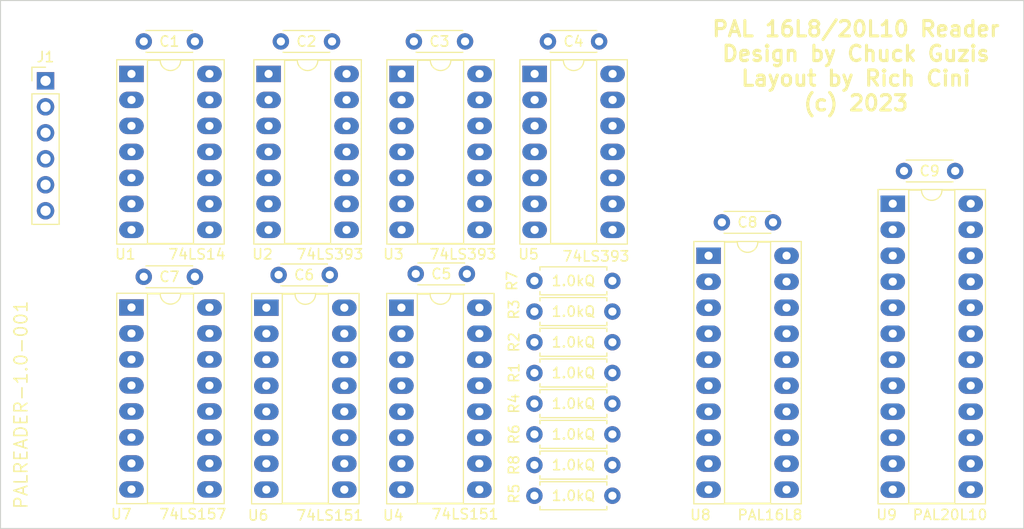
<source format=kicad_pcb>
(kicad_pcb (version 20211014) (generator pcbnew)
  (layers (0 "F.Cu" signal) (31 "B.Cu" signal) (34 "B.Paste" user) (35 "F.Paste" user) (36 "B.SilkS" user "B.Silkscreen") (37 "F.SilkS" user "F.Silkscreen") (38 "B.Mask" user) (39 "F.Mask" user) (44 "Edge.Cuts" user))
  (net 0 "")
  (net 1 "VCC")
  (net 2 "GND")
  (net 4 "CLEAR")
  (net 5 "CLOCK")
  (net 6 "DATA")
  (net 7 "PAL13")
  (net 8 "PAI10")
  (net 9 "PAL14")
  (net 10 "PAI11")
  (net 11 "PAL15")
  (net 12 "PAI12")
  (net 13 "PAL16")
  (net 14 "PAI13")
  (net 15 "PAL21")
  (net 16 "PAI16")
  (net 17 "PAL17")
  (net 18 "PAI14")
  (net 19 "PAL22")
  (net 20 "PAI17")
  (net 21 "PAL18")
  (net 22 "PAI15")
  (net 23 "Net-(U1-Pad2)")
  (net 24 "Net-(U1-Pad4)")
  (net 29 "S0")
  (net 30 "S1")
  (net 31 "S2")
  (net 32 "S3")
  (net 33 "PAI3")
  (net 34 "PAI2")
  (net 35 "PAI1")
  (net 36 "PAI0")
  (net 37 "PAI4")
  (net 38 "PAI5")
  (net 39 "PAI6")
  (net 40 "PAI7")
  (net 41 "PAI9")
  (net 42 "PAI8")
  (net 43 "PAL12")
  (net 44 "LSB")
  (net 46 "PAL19")
  (net 47 "PA12")
  (net 48 "PAI19")
  (net 49 "PAI18")
  (net 50 "PAL23")
  (net 51 "MSB")
  (footprint "Connector_PinHeader_2.54mm:PinHeader_1x06_P2.54mm_Vertical" (layer "F.Cu") (at 24.4 27.85)
    (fp_text reference "J1" (at 0 -2.33) (layer "F.SilkS"))
    (fp_text value "Conn_01x06" hide)
    (fp_line (start 1.33 1.27) (end 1.33 14.03) (layer "F.SilkS") (width 0.12))
    (fp_line (start -1.33 -1.33) (end 0 -1.33) (layer "F.SilkS") (width 0.12))
    (fp_line (start -1.33 0) (end -1.33 -1.33) (layer "F.SilkS") (width 0.12))
    (fp_line (start -1.33 1.27) (end 1.33 1.27) (layer "F.SilkS") (width 0.12))
    (fp_line (start -1.33 1.27) (end -1.33 14.03) (layer "F.SilkS") (width 0.12))
    (fp_line (start -1.33 14.03) (end 1.33 14.03) (layer "F.SilkS") (width 0.12))
    (pad "1" thru_hole rect (at 0 0) (size 1.7 1.7) (drill 1) (layers *.Cu *.Mask) (net 2 "GND"))
    (pad "2" thru_hole oval (at 0 2.54) (size 1.7 1.7) (drill 1) (layers *.Cu *.Mask))
    (pad "3" thru_hole oval (at 0 5.08) (size 1.7 1.7) (drill 1) (layers *.Cu *.Mask) (net 1 "VCC"))
    (pad "4" thru_hole oval (at 0 7.62) (size 1.7 1.7) (drill 1) (layers *.Cu *.Mask) (net 4 "CLEAR"))
    (pad "5" thru_hole oval (at 0 10.16) (size 1.7 1.7) (drill 1) (layers *.Cu *.Mask) (net 5 "CLOCK"))
    (pad "6" thru_hole oval (at 0 12.7) (size 1.7 1.7) (drill 1) (layers *.Cu *.Mask) (net 6 "DATA"))
  )
  (footprint "Resistor_THT:R_Axial_DIN0207_L6.3mm_D2.5mm_P7.62mm_Horizontal" (layer "F.Cu") (at 72.18 65.4)
    (fp_text reference "R8" (at -2 0 90) (layer "F.SilkS"))
    (fp_text value "1.0kQ" (at 3.81 0) (layer "F.SilkS"))
    (fp_line (start 0.54 -1.37) (end 7.08 -1.37) (layer "F.SilkS") (width 0.12))
    (fp_line (start 7.08 -1.37) (end 7.08 -1.04) (layer "F.SilkS") (width 0.12))
    (fp_line (start 0.54 1.37) (end 7.08 1.37) (layer "F.SilkS") (width 0.12))
    (fp_line (start 0.54 1.04) (end 0.54 1.37) (layer "F.SilkS") (width 0.12))
    (fp_line (start 0.54 -1.04) (end 0.54 -1.37) (layer "F.SilkS") (width 0.12))
    (fp_line (start 7.08 1.37) (end 7.08 1.04) (layer "F.SilkS") (width 0.12))
    (pad "1" thru_hole circle (at 0 0) (size 1.6 1.6) (drill 0.8) (layers *.Cu *.Mask) (net 21 "PAL18"))
    (pad "2" thru_hole oval (at 7.62 0) (size 1.6 1.6) (drill 0.8) (layers *.Cu *.Mask) (net 22 "PAI15"))
  )
  (footprint "Resistor_THT:R_Axial_DIN0207_L6.3mm_D2.5mm_P7.62mm_Horizontal" (layer "F.Cu") (at 72.18 68.4)
    (fp_text reference "R5" (at -1.99 -0.2 90) (layer "F.SilkS"))
    (fp_text value "1.0kQ" (at 3.81 0) (layer "F.SilkS"))
    (fp_line (start 0.54 -1.37) (end 7.08 -1.37) (layer "F.SilkS") (width 0.12))
    (fp_line (start 0.54 1.04) (end 0.54 1.37) (layer "F.SilkS") (width 0.12))
    (fp_line (start 0.54 1.37) (end 7.08 1.37) (layer "F.SilkS") (width 0.12))
    (fp_line (start 7.08 -1.37) (end 7.08 -1.04) (layer "F.SilkS") (width 0.12))
    (fp_line (start 0.54 -1.04) (end 0.54 -1.37) (layer "F.SilkS") (width 0.12))
    (fp_line (start 7.08 1.37) (end 7.08 1.04) (layer "F.SilkS") (width 0.12))
    (pad "1" thru_hole circle (at 0 0) (size 1.6 1.6) (drill 0.8) (layers *.Cu *.Mask) (net 15 "PAL21"))
    (pad "2" thru_hole oval (at 7.62 0) (size 1.6 1.6) (drill 0.8) (layers *.Cu *.Mask) (net 16 "PAI16"))
  )
  (footprint "Package_DIP:DIP-14_W7.62mm_Socket_LongPads" (layer "F.Cu") (at 72.2 27.175)
    (fp_text reference "U5" (at -0.6 17.625) (layer "F.SilkS"))
    (fp_text value "74LS393" (at 6 17.825) (layer "F.SilkS"))
    (fp_line (start 1.56 16.57) (end 6.06 16.57) (layer "F.SilkS") (width 0.12))
    (fp_line (start -1.44 16.63) (end 9.06 16.63) (layer "F.SilkS") (width 0.12))
    (fp_line (start -1.44 -1.39) (end -1.44 16.63) (layer "F.SilkS") (width 0.12))
    (fp_line (start 9.06 16.63) (end 9.06 -1.39) (layer "F.SilkS") (width 0.12))
    (fp_line (start 2.81 -1.33) (end 1.56 -1.33) (layer "F.SilkS") (width 0.12))
    (fp_line (start 1.56 -1.33) (end 1.56 16.57) (layer "F.SilkS") (width 0.12))
    (fp_line (start 6.06 16.57) (end 6.06 -1.33) (layer "F.SilkS") (width 0.12))
    (fp_line (start 9.06 -1.39) (end -1.44 -1.39) (layer "F.SilkS") (width 0.12))
    (fp_line (start 6.06 -1.33) (end 4.81 -1.33) (layer "F.SilkS") (width 0.12))
    (fp_arc (start 4.81 -1.33) (mid 3.81 -0.33) (end 2.81 -1.33) (layer "F.SilkS") (width 0.12))
    (pad "1" thru_hole rect (at 0 0) (size 2.4 1.6) (drill 0.8) (layers *.Cu *.Mask) (net 10 "PAI11"))
    (pad "2" thru_hole oval (at 0 2.54) (size 2.4 1.6) (drill 0.8) (layers *.Cu *.Mask) (net 24 "Net-(U1-Pad4)"))
    (pad "3" thru_hole oval (at 0 5.08) (size 2.4 1.6) (drill 0.8) (layers *.Cu *.Mask) (net 47 "PA12"))
    (pad "4" thru_hole oval (at 0 7.62) (size 2.4 1.6) (drill 0.8) (layers *.Cu *.Mask) (net 14 "PAI13"))
    (pad "5" thru_hole oval (at 0 10.16) (size 2.4 1.6) (drill 0.8) (layers *.Cu *.Mask) (net 18 "PAI14"))
    (pad "6" thru_hole oval (at 0 12.7) (size 2.4 1.6) (drill 0.8) (layers *.Cu *.Mask) (net 22 "PAI15"))
    (pad "7" thru_hole oval (at 0 15.24) (size 2.4 1.6) (drill 0.8) (layers *.Cu *.Mask) (net 2 "GND"))
    (pad "8" thru_hole oval (at 7.62 15.24) (size 2.4 1.6) (drill 0.8) (layers *.Cu *.Mask) (net 48 "PAI19"))
    (pad "9" thru_hole oval (at 7.62 12.7) (size 2.4 1.6) (drill 0.8) (layers *.Cu *.Mask) (net 49 "PAI18"))
    (pad "10" thru_hole oval (at 7.62 10.16) (size 2.4 1.6) (drill 0.8) (layers *.Cu *.Mask) (net 20 "PAI17"))
    (pad "11" thru_hole oval (at 7.62 7.62) (size 2.4 1.6) (drill 0.8) (layers *.Cu *.Mask) (net 16 "PAI16"))
    (pad "12" thru_hole oval (at 7.62 5.08) (size 2.4 1.6) (drill 0.8) (layers *.Cu *.Mask) (net 24 "Net-(U1-Pad4)"))
    (pad "13" thru_hole oval (at 7.62 2.54) (size 2.4 1.6) (drill 0.8) (layers *.Cu *.Mask) (net 22 "PAI15"))
    (pad "14" thru_hole oval (at 7.62 0) (size 2.4 1.6) (drill 0.8) (layers *.Cu *.Mask) (net 1 "VCC"))
  )
  (footprint "Capacitor_THT:C_Disc_D4.3mm_W1.9mm_P5.00mm" (layer "F.Cu") (at 52.4 24 180)
    (fp_text reference "C2" (at 2.5 0) (layer "F.SilkS"))
    (fp_text value "0.1u" hide)
    (fp_line (start 0.23 -1.07) (end 0.23 -1.055) (layer "F.SilkS") (width 0.12))
    (fp_line (start 4.77 1.055) (end 4.77 1.07) (layer "F.SilkS") (width 0.12))
    (fp_line (start 0.23 1.07) (end 4.77 1.07) (layer "F.SilkS") (width 0.12))
    (fp_line (start 0.23 -1.07) (end 4.77 -1.07) (layer "F.SilkS") (width 0.12))
    (fp_line (start 0.23 1.055) (end 0.23 1.07) (layer "F.SilkS") (width 0.12))
    (fp_line (start 4.77 -1.07) (end 4.77 -1.055) (layer "F.SilkS") (width 0.12))
    (pad "1" thru_hole circle (at 0 0 180) (size 1.6 1.6) (drill 0.8) (layers *.Cu *.Mask) (net 1 "VCC"))
    (pad "2" thru_hole circle (at 5 0 180) (size 1.6 1.6) (drill 0.8) (layers *.Cu *.Mask) (net 2 "GND"))
  )
  (footprint "Capacitor_THT:C_Disc_D4.3mm_W1.9mm_P5.00mm" (layer "F.Cu") (at 39 47 180)
    (fp_text reference "C7" (at 2.5 0) (layer "F.SilkS"))
    (fp_text value "0.1u" hide)
    (fp_line (start 0.23 -1.07) (end 4.77 -1.07) (layer "F.SilkS") (width 0.12))
    (fp_line (start 0.23 -1.07) (end 0.23 -1.055) (layer "F.SilkS") (width 0.12))
    (fp_line (start 4.77 1.055) (end 4.77 1.07) (layer "F.SilkS") (width 0.12))
    (fp_line (start 4.77 -1.07) (end 4.77 -1.055) (layer "F.SilkS") (width 0.12))
    (fp_line (start 0.23 1.07) (end 4.77 1.07) (layer "F.SilkS") (width 0.12))
    (fp_line (start 0.23 1.055) (end 0.23 1.07) (layer "F.SilkS") (width 0.12))
    (pad "1" thru_hole circle (at 0 0 180) (size 1.6 1.6) (drill 0.8) (layers *.Cu *.Mask) (net 1 "VCC"))
    (pad "2" thru_hole circle (at 5 0 180) (size 1.6 1.6) (drill 0.8) (layers *.Cu *.Mask) (net 2 "GND"))
  )
  (footprint "Package_DIP:DIP-20_W7.62mm_Socket_LongPads" (layer "F.Cu") (at 89.2 44.94)
    (fp_text reference "U8" (at -0.8 25.34) (layer "F.SilkS"))
    (fp_text value "PAL16L8" (at 6 25.34) (layer "F.SilkS"))
    (fp_line (start 6.06 24.19) (end 6.06 -1.33) (layer "F.SilkS") (width 0.12))
    (fp_line (start 6.06 -1.33) (end 4.81 -1.33) (layer "F.SilkS") (width 0.12))
    (fp_line (start 1.56 24.19) (end 6.06 24.19) (layer "F.SilkS") (width 0.12))
    (fp_line (start 2.81 -1.33) (end 1.56 -1.33) (layer "F.SilkS") (width 0.12))
    (fp_line (start 9.06 -1.39) (end -1.44 -1.39) (layer "F.SilkS") (width 0.12))
    (fp_line (start -1.44 -1.39) (end -1.44 24.25) (layer "F.SilkS") (width 0.12))
    (fp_line (start 9.06 24.25) (end 9.06 -1.39) (layer "F.SilkS") (width 0.12))
    (fp_line (start 1.56 -1.33) (end 1.56 24.19) (layer "F.SilkS") (width 0.12))
    (fp_line (start -1.44 24.25) (end 9.06 24.25) (layer "F.SilkS") (width 0.12))
    (fp_arc (start 4.81 -1.33) (mid 3.81 -0.33) (end 2.81 -1.33) (layer "F.SilkS") (width 0.12))
    (pad "1" thru_hole rect (at 0 0) (size 2.4 1.6) (drill 0.8) (layers *.Cu *.Mask) (net 36 "PAI0"))
    (pad "2" thru_hole oval (at 0 2.54) (size 2.4 1.6) (drill 0.8) (layers *.Cu *.Mask) (net 35 "PAI1"))
    (pad "3" thru_hole oval (at 0 5.08) (size 2.4 1.6) (drill 0.8) (layers *.Cu *.Mask) (net 34 "PAI2"))
    (pad "4" thru_hole oval (at 0 7.62) (size 2.4 1.6) (drill 0.8) (layers *.Cu *.Mask) (net 33 "PAI3"))
    (pad "5" thru_hole oval (at 0 10.16) (size 2.4 1.6) (drill 0.8) (layers *.Cu *.Mask) (net 37 "PAI4"))
    (pad "6" thru_hole oval (at 0 12.7) (size 2.4 1.6) (drill 0.8) (layers *.Cu *.Mask) (net 38 "PAI5"))
    (pad "7" thru_hole oval (at 0 15.24) (size 2.4 1.6) (drill 0.8) (layers *.Cu *.Mask) (net 39 "PAI6"))
    (pad "8" thru_hole oval (at 0 17.78) (size 2.4 1.6) (drill 0.8) (layers *.Cu *.Mask) (net 40 "PAI7"))
    (pad "9" thru_hole oval (at 0 20.32) (size 2.4 1.6) (drill 0.8) (layers *.Cu *.Mask) (net 42 "PAI8"))
    (pad "10" thru_hole oval (at 0 22.86) (size 2.4 1.6) (drill 0.8) (layers *.Cu *.Mask) (net 2 "GND"))
    (pad "11" thru_hole oval (at 7.62 22.86) (size 2.4 1.6) (drill 0.8) (layers *.Cu *.Mask) (net 41 "PAI9"))
    (pad "12" thru_hole oval (at 7.62 20.32) (size 2.4 1.6) (drill 0.8) (layers *.Cu *.Mask) (net 43 "PAL12"))
    (pad "13" thru_hole oval (at 7.62 17.78) (size 2.4 1.6) (drill 0.8) (layers *.Cu *.Mask) (net 7 "PAL13"))
    (pad "14" thru_hole oval (at 7.62 15.24) (size 2.4 1.6) (drill 0.8) (layers *.Cu *.Mask) (net 9 "PAL14"))
    (pad "15" thru_hole oval (at 7.62 12.7) (size 2.4 1.6) (drill 0.8) (layers *.Cu *.Mask) (net 11 "PAL15"))
    (pad "16" thru_hole oval (at 7.62 10.16) (size 2.4 1.6) (drill 0.8) (layers *.Cu *.Mask) (net 13 "PAL16"))
    (pad "17" thru_hole oval (at 7.62 7.62) (size 2.4 1.6) (drill 0.8) (layers *.Cu *.Mask) (net 17 "PAL17"))
    (pad "18" thru_hole oval (at 7.62 5.08) (size 2.4 1.6) (drill 0.8) (layers *.Cu *.Mask) (net 21 "PAL18"))
    (pad "19" thru_hole oval (at 7.62 2.54) (size 2.4 1.6) (drill 0.8) (layers *.Cu *.Mask) (net 46 "PAL19"))
    (pad "20" thru_hole oval (at 7.62 0) (size 2.4 1.6) (drill 0.8) (layers *.Cu *.Mask) (net 1 "VCC"))
  )
  (footprint "Package_DIP:DIP-16_W7.62mm_Socket_LongPads" (layer "F.Cu") (at 32.8 50)
    (fp_text reference "U7" (at -1 20.2) (layer "F.SilkS"))
    (fp_text value "74LS157" (at 6 20.2) (layer "F.SilkS"))
    (fp_line (start 6.06 19.11) (end 6.06 -1.33) (layer "F.SilkS") (width 0.12))
    (fp_line (start 6.06 -1.33) (end 4.81 -1.33) (layer "F.SilkS") (width 0.12))
    (fp_line (start -1.44 -1.39) (end -1.44 19.17) (layer "F.SilkS") (width 0.12))
    (fp_line (start 1.56 -1.33) (end 1.56 19.11) (layer "F.SilkS") (width 0.12))
    (fp_line (start -1.44 19.17) (end 9.06 19.17) (layer "F.SilkS") (width 0.12))
    (fp_line (start 9.06 -1.39) (end -1.44 -1.39) (layer "F.SilkS") (width 0.12))
    (fp_line (start 9.06 19.17) (end 9.06 -1.39) (layer "F.SilkS") (width 0.12))
    (fp_line (start 1.56 19.11) (end 6.06 19.11) (layer "F.SilkS") (width 0.12))
    (fp_line (start 2.81 -1.33) (end 1.56 -1.33) (layer "F.SilkS") (width 0.12))
    (fp_arc (start 4.81 -1.33) (mid 3.81 -0.33) (end 2.81 -1.33) (layer "F.SilkS") (width 0.12))
    (pad "1" thru_hole rect (at 0 0) (size 2.4 1.6) (drill 0.8) (layers *.Cu *.Mask) (net 32 "S3"))
    (pad "2" thru_hole oval (at 0 2.54) (size 2.4 1.6) (drill 0.8) (layers *.Cu *.Mask) (net 44 "LSB"))
    (pad "3" thru_hole oval (at 0 5.08) (size 2.4 1.6) (drill 0.8) (layers *.Cu *.Mask) (net 51 "MSB"))
    (pad "4" thru_hole oval (at 0 7.62) (size 2.4 1.6) (drill 0.8) (layers *.Cu *.Mask) (net 6 "DATA"))
    (pad "5" thru_hole oval (at 0 10.16) (size 2.4 1.6) (drill 0.8) (layers *.Cu *.Mask))
    (pad "6" thru_hole oval (at 0 12.7) (size 2.4 1.6) (drill 0.8) (layers *.Cu *.Mask))
    (pad "7" thru_hole oval (at 0 15.24) (size 2.4 1.6) (drill 0.8) (layers *.Cu *.Mask))
    (pad "8" thru_hole oval (at 0 17.78) (size 2.4 1.6) (drill 0.8) (layers *.Cu *.Mask) (net 2 "GND"))
    (pad "9" thru_hole oval (at 7.62 17.78) (size 2.4 1.6) (drill 0.8) (layers *.Cu *.Mask))
    (pad "10" thru_hole oval (at 7.62 15.24) (size 2.4 1.6) (drill 0.8) (layers *.Cu *.Mask))
    (pad "11" thru_hole oval (at 7.62 12.7) (size 2.4 1.6) (drill 0.8) (layers *.Cu *.Mask))
    (pad "12" thru_hole oval (at 7.62 10.16) (size 2.4 1.6) (drill 0.8) (layers *.Cu *.Mask))
    (pad "13" thru_hole oval (at 7.62 7.62) (size 2.4 1.6) (drill 0.8) (layers *.Cu *.Mask))
    (pad "14" thru_hole oval (at 7.62 5.08) (size 2.4 1.6) (drill 0.8) (layers *.Cu *.Mask))
    (pad "15" thru_hole oval (at 7.62 2.54) (size 2.4 1.6) (drill 0.8) (layers *.Cu *.Mask) (net 2 "GND"))
    (pad "16" thru_hole oval (at 7.62 0) (size 2.4 1.6) (drill 0.8) (layers *.Cu *.Mask) (net 1 "VCC"))
  )
  (footprint "Resistor_THT:R_Axial_DIN0207_L6.3mm_D2.5mm_P7.62mm_Horizontal" (layer "F.Cu") (at 72.18 62.4)
    (fp_text reference "R6" (at -1.99 0 90) (layer "F.SilkS"))
    (fp_text value "1.0kQ" (at 3.81 0) (layer "F.SilkS"))
    (fp_line (start 0.54 1.04) (end 0.54 1.37) (layer "F.SilkS") (width 0.12))
    (fp_line (start 0.54 1.37) (end 7.08 1.37) (layer "F.SilkS") (width 0.12))
    (fp_line (start 7.08 1.37) (end 7.08 1.04) (layer "F.SilkS") (width 0.12))
    (fp_line (start 0.54 -1.04) (end 0.54 -1.37) (layer "F.SilkS") (width 0.12))
    (fp_line (start 7.08 -1.37) (end 7.08 -1.04) (layer "F.SilkS") (width 0.12))
    (fp_line (start 0.54 -1.37) (end 7.08 -1.37) (layer "F.SilkS") (width 0.12))
    (pad "1" thru_hole circle (at 0 0) (size 1.6 1.6) (drill 0.8) (layers *.Cu *.Mask) (net 17 "PAL17"))
    (pad "2" thru_hole oval (at 7.62 0) (size 1.6 1.6) (drill 0.8) (layers *.Cu *.Mask) (net 18 "PAI14"))
  )
  (footprint "Resistor_THT:R_Axial_DIN0207_L6.3mm_D2.5mm_P7.62mm_Horizontal" (layer "F.Cu") (at 72.18 59.4)
    (fp_text reference "R4" (at -1.99 0 90) (layer "F.SilkS"))
    (fp_text value "1.0kQ" (at 3.81 0) (layer "F.SilkS"))
    (fp_line (start 0.54 1.04) (end 0.54 1.37) (layer "F.SilkS") (width 0.12))
    (fp_line (start 7.08 1.37) (end 7.08 1.04) (layer "F.SilkS") (width 0.12))
    (fp_line (start 0.54 1.37) (end 7.08 1.37) (layer "F.SilkS") (width 0.12))
    (fp_line (start 0.54 -1.37) (end 7.08 -1.37) (layer "F.SilkS") (width 0.12))
    (fp_line (start 0.54 -1.04) (end 0.54 -1.37) (layer "F.SilkS") (width 0.12))
    (fp_line (start 7.08 -1.37) (end 7.08 -1.04) (layer "F.SilkS") (width 0.12))
    (pad "1" thru_hole circle (at 0 0) (size 1.6 1.6) (drill 0.8) (layers *.Cu *.Mask) (net 13 "PAL16"))
    (pad "2" thru_hole oval (at 7.62 0) (size 1.6 1.6) (drill 0.8) (layers *.Cu *.Mask) (net 14 "PAI13"))
  )
  (footprint "Capacitor_THT:C_Disc_D4.3mm_W1.9mm_P5.00mm" (layer "F.Cu") (at 39 24 180)
    (fp_text reference "C1" (at 2.5 0) (layer "F.SilkS"))
    (fp_text value "0.1u" hide)
    (fp_line (start 0.23 1.055) (end 0.23 1.07) (layer "F.SilkS") (width 0.12))
    (fp_line (start 0.23 -1.07) (end 0.23 -1.055) (layer "F.SilkS") (width 0.12))
    (fp_line (start 0.23 1.07) (end 4.77 1.07) (layer "F.SilkS") (width 0.12))
    (fp_line (start 0.23 -1.07) (end 4.77 -1.07) (layer "F.SilkS") (width 0.12))
    (fp_line (start 4.77 -1.07) (end 4.77 -1.055) (layer "F.SilkS") (width 0.12))
    (fp_line (start 4.77 1.055) (end 4.77 1.07) (layer "F.SilkS") (width 0.12))
    (pad "1" thru_hole circle (at 0 0 180) (size 1.6 1.6) (drill 0.8) (layers *.Cu *.Mask) (net 1 "VCC"))
    (pad "2" thru_hole circle (at 5 0 180) (size 1.6 1.6) (drill 0.8) (layers *.Cu *.Mask) (net 2 "GND"))
  )
  (footprint "Capacitor_THT:C_Disc_D4.3mm_W1.9mm_P5.00mm" (layer "F.Cu") (at 60.4 24)
    (fp_text reference "C3" (at 2.5 0) (layer "F.SilkS"))
    (fp_text value "0.1u" hide)
    (fp_line (start 0.23 -1.07) (end 0.23 -1.055) (layer "F.SilkS") (width 0.12))
    (fp_line (start 0.23 1.055) (end 0.23 1.07) (layer "F.SilkS") (width 0.12))
    (fp_line (start 0.23 1.07) (end 4.77 1.07) (layer "F.SilkS") (width 0.12))
    (fp_line (start 0.23 -1.07) (end 4.77 -1.07) (layer "F.SilkS") (width 0.12))
    (fp_line (start 4.77 1.055) (end 4.77 1.07) (layer "F.SilkS") (width 0.12))
    (fp_line (start 4.77 -1.07) (end 4.77 -1.055) (layer "F.SilkS") (width 0.12))
    (pad "1" thru_hole circle (at 0 0) (size 1.6 1.6) (drill 0.8) (layers *.Cu *.Mask) (net 1 "VCC"))
    (pad "2" thru_hole circle (at 5 0) (size 1.6 1.6) (drill 0.8) (layers *.Cu *.Mask) (net 2 "GND"))
  )
  (footprint "Package_DIP:DIP-14_W7.62mm_Socket_LongPads" (layer "F.Cu") (at 32.8 27.175)
    (fp_text reference "U1" (at -0.6 17.625) (layer "F.SilkS"))
    (fp_text value "74LS14" (at 6.4 17.625) (layer "F.SilkS"))
    (fp_line (start 2.81 -1.33) (end 1.56 -1.33) (layer "F.SilkS") (width 0.12))
    (fp_line (start 1.56 16.57) (end 6.06 16.57) (layer "F.SilkS") (width 0.12))
    (fp_line (start 9.06 16.63) (end 9.06 -1.39) (layer "F.SilkS") (width 0.12))
    (fp_line (start 6.06 16.57) (end 6.06 -1.33) (layer "F.SilkS") (width 0.12))
    (fp_line (start 1.56 -1.33) (end 1.56 16.57) (layer "F.SilkS") (width 0.12))
    (fp_line (start -1.44 -1.39) (end -1.44 16.63) (layer "F.SilkS") (width 0.12))
    (fp_line (start 6.06 -1.33) (end 4.81 -1.33) (layer "F.SilkS") (width 0.12))
    (fp_line (start -1.44 16.63) (end 9.06 16.63) (layer "F.SilkS") (width 0.12))
    (fp_line (start 9.06 -1.39) (end -1.44 -1.39) (layer "F.SilkS") (width 0.12))
    (fp_arc (start 4.81 -1.33) (mid 3.81 -0.33) (end 2.81 -1.33) (layer "F.SilkS") (width 0.12))
    (pad "1" thru_hole rect (at 0 0) (size 2.4 1.6) (drill 0.8) (layers *.Cu *.Mask) (net 5 "CLOCK"))
    (pad "2" thru_hole oval (at 0 2.54) (size 2.4 1.6) (drill 0.8) (layers *.Cu *.Mask) (net 23 "Net-(U1-Pad2)"))
    (pad "3" thru_hole oval (at 0 5.08) (size 2.4 1.6) (drill 0.8) (layers *.Cu *.Mask) (net 4 "CLEAR"))
    (pad "4" thru_hole oval (at 0 7.62) (size 2.4 1.6) (drill 0.8) (layers *.Cu *.Mask) (net 24 "Net-(U1-Pad4)"))
    (pad "5" thru_hole oval (at 0 10.16) (size 2.4 1.6) (drill 0.8) (layers *.Cu *.Mask) (net 2 "GND"))
    (pad "6" thru_hole oval (at 0 12.7) (size 2.4 1.6) (drill 0.8) (layers *.Cu *.Mask))
    (pad "7" thru_hole oval (at 0 15.24) (size 2.4 1.6) (drill 0.8) (layers *.Cu *.Mask) (net 2 "GND"))
    (pad "8" thru_hole oval (at 7.62 15.24) (size 2.4 1.6) (drill 0.8) (layers *.Cu *.Mask))
    (pad "9" thru_hole oval (at 7.62 12.7) (size 2.4 1.6) (drill 0.8) (layers *.Cu *.Mask) (net 2 "GND"))
    (pad "10" thru_hole oval (at 7.62 10.16) (size 2.4 1.6) (drill 0.8) (layers *.Cu *.Mask))
    (pad "11" thru_hole oval (at 7.62 7.62) (size 2.4 1.6) (drill 0.8) (layers *.Cu *.Mask) (net 2 "GND"))
    (pad "12" thru_hole oval (at 7.62 5.08) (size 2.4 1.6) (drill 0.8) (layers *.Cu *.Mask))
    (pad "13" thru_hole oval (at 7.62 2.54) (size 2.4 1.6) (drill 0.8) (layers *.Cu *.Mask) (net 2 "GND"))
    (pad "14" thru_hole oval (at 7.62 0) (size 2.4 1.6) (drill 0.8) (layers *.Cu *.Mask) (net 1 "VCC"))
  )
  (footprint "Capacitor_THT:C_Disc_D4.3mm_W1.9mm_P5.00mm" (layer "F.Cu") (at 73.5 24)
    (fp_text reference "C4" (at 2.5 0) (layer "F.SilkS"))
    (fp_text value "0.1u" hide)
    (fp_line (start 4.77 -1.07) (end 4.77 -1.055) (layer "F.SilkS") (width 0.12))
    (fp_line (start 4.77 1.055) (end 4.77 1.07) (layer "F.SilkS") (width 0.12))
    (fp_line (start 0.23 -1.07) (end 0.23 -1.055) (layer "F.SilkS") (width 0.12))
    (fp_line (start 0.23 1.055) (end 0.23 1.07) (layer "F.SilkS") (width 0.12))
    (fp_line (start 0.23 -1.07) (end 4.77 -1.07) (layer "F.SilkS") (width 0.12))
    (fp_line (start 0.23 1.07) (end 4.77 1.07) (layer "F.SilkS") (width 0.12))
    (pad "1" thru_hole circle (at 0 0) (size 1.6 1.6) (drill 0.8) (layers *.Cu *.Mask) (net 1 "VCC"))
    (pad "2" thru_hole circle (at 5 0) (size 1.6 1.6) (drill 0.8) (layers *.Cu *.Mask) (net 2 "GND"))
  )
  (footprint "Capacitor_THT:C_Disc_D4.3mm_W1.9mm_P5.00mm" (layer "F.Cu") (at 113.3 36.66 180)
    (fp_text reference "C9" (at 2.5 0) (layer "F.SilkS"))
    (fp_text value "0.1u" hide)
    (fp_line (start 0.23 1.07) (end 4.77 1.07) (layer "F.SilkS") (width 0.12))
    (fp_line (start 4.77 -1.07) (end 4.77 -1.055) (layer "F.SilkS") (width 0.12))
    (fp_line (start 0.23 -1.07) (end 4.77 -1.07) (layer "F.SilkS") (width 0.12))
    (fp_line (start 0.23 -1.07) (end 0.23 -1.055) (layer "F.SilkS") (width 0.12))
    (fp_line (start 0.23 1.055) (end 0.23 1.07) (layer "F.SilkS") (width 0.12))
    (fp_line (start 4.77 1.055) (end 4.77 1.07) (layer "F.SilkS") (width 0.12))
    (pad "1" thru_hole circle (at 0 0 180) (size 1.6 1.6) (drill 0.8) (layers *.Cu *.Mask) (net 1 "VCC"))
    (pad "2" thru_hole circle (at 5 0 180) (size 1.6 1.6) (drill 0.8) (layers *.Cu *.Mask) (net 2 "GND"))
  )
  (footprint "Resistor_THT:R_Axial_DIN0207_L6.3mm_D2.5mm_P7.62mm_Horizontal" (layer "F.Cu") (at 72.18 53.4)
    (fp_text reference "R2" (at -1.99 0 90) (layer "F.SilkS"))
    (fp_text value "1.0kQ" (at 3.81 0) (layer "F.SilkS"))
    (fp_line (start 7.08 -1.37) (end 7.08 -1.04) (layer "F.SilkS") (width 0.12))
    (fp_line (start 0.54 1.37) (end 7.08 1.37) (layer "F.SilkS") (width 0.12))
    (fp_line (start 0.54 -1.37) (end 7.08 -1.37) (layer "F.SilkS") (width 0.12))
    (fp_line (start 0.54 1.04) (end 0.54 1.37) (layer "F.SilkS") (width 0.12))
    (fp_line (start 7.08 1.37) (end 7.08 1.04) (layer "F.SilkS") (width 0.12))
    (fp_line (start 0.54 -1.04) (end 0.54 -1.37) (layer "F.SilkS") (width 0.12))
    (pad "1" thru_hole circle (at 0 0) (size 1.6 1.6) (drill 0.8) (layers *.Cu *.Mask) (net 9 "PAL14"))
    (pad "2" thru_hole oval (at 7.62 0) (size 1.6 1.6) (drill 0.8) (layers *.Cu *.Mask) (net 10 "PAI11"))
  )
  (footprint "Resistor_THT:R_Axial_DIN0207_L6.3mm_D2.5mm_P7.62mm_Horizontal" (layer "F.Cu") (at 72.18 56.4)
    (fp_text reference "R1" (at -1.99 0 90) (layer "F.SilkS"))
    (fp_text value "1.0kQ" (at 3.81 0) (layer "F.SilkS"))
    (fp_line (start 0.54 1.37) (end 7.08 1.37) (layer "F.SilkS") (width 0.12))
    (fp_line (start 0.54 -1.37) (end 7.08 -1.37) (layer "F.SilkS") (width 0.12))
    (fp_line (start 0.54 1.04) (end 0.54 1.37) (layer "F.SilkS") (width 0.12))
    (fp_line (start 0.54 -1.04) (end 0.54 -1.37) (layer "F.SilkS") (width 0.12))
    (fp_line (start 7.08 1.37) (end 7.08 1.04) (layer "F.SilkS") (width 0.12))
    (fp_line (start 7.08 -1.37) (end 7.08 -1.04) (layer "F.SilkS") (width 0.12))
    (pad "1" thru_hole circle (at 0 0) (size 1.6 1.6) (drill 0.8) (layers *.Cu *.Mask) (net 7 "PAL13"))
    (pad "2" thru_hole oval (at 7.62 0) (size 1.6 1.6) (drill 0.8) (layers *.Cu *.Mask) (net 8 "PAI10"))
  )
  (footprint "Capacitor_THT:C_Disc_D4.3mm_W1.9mm_P5.00mm" (layer "F.Cu") (at 95.5 41.68 180)
    (fp_text reference "C8" (at 2.5 0) (layer "F.SilkS"))
    (fp_text value "0.1u" hide)
    (fp_line (start 4.77 1.055) (end 4.77 1.07) (layer "F.SilkS") (width 0.12))
    (fp_line (start 4.77 -1.07) (end 4.77 -1.055) (layer "F.SilkS") (width 0.12))
    (fp_line (start 0.23 -1.07) (end 0.23 -1.055) (layer "F.SilkS") (width 0.12))
    (fp_line (start 0.23 -1.07) (end 4.77 -1.07) (layer "F.SilkS") (width 0.12))
    (fp_line (start 0.23 1.07) (end 4.77 1.07) (layer "F.SilkS") (width 0.12))
    (fp_line (start 0.23 1.055) (end 0.23 1.07) (layer "F.SilkS") (width 0.12))
    (pad "1" thru_hole circle (at 0 0 180) (size 1.6 1.6) (drill 0.8) (layers *.Cu *.Mask) (net 1 "VCC"))
    (pad "2" thru_hole circle (at 5 0 180) (size 1.6 1.6) (drill 0.8) (layers *.Cu *.Mask) (net 2 "GND"))
  )
  (footprint "Package_DIP:DIP-24_W7.62mm_Socket_LongPads" (layer "F.Cu") (at 107.2 39.86)
    (fp_text reference "U9" (at -0.6 30.4) (layer "F.SilkS"))
    (fp_text value "PAL20L10" (at 5.6 30.4) (layer "F.SilkS"))
    (fp_line (start 9.06 -1.39) (end -1.44 -1.39) (layer "F.SilkS") (width 0.12))
    (fp_line (start 6.06 -1.33) (end 4.81 -1.33) (layer "F.SilkS") (width 0.12))
    (fp_line (start 2.81 -1.33) (end 1.56 -1.33) (layer "F.SilkS") (width 0.12))
    (fp_line (start -1.44 29.33) (end 9.06 29.33) (layer "F.SilkS") (width 0.12))
    (fp_line (start 9.06 29.33) (end 9.06 -1.39) (layer "F.SilkS") (width 0.12))
    (fp_line (start 1.56 29.27) (end 6.06 29.27) (layer "F.SilkS") (width 0.12))
    (fp_line (start 6.06 29.27) (end 6.06 -1.33) (layer "F.SilkS") (width 0.12))
    (fp_line (start 1.56 -1.33) (end 1.56 29.27) (layer "F.SilkS") (width 0.12))
    (fp_line (start -1.44 -1.39) (end -1.44 29.33) (layer "F.SilkS") (width 0.12))
    (fp_arc (start 4.81 -1.33) (mid 3.81 -0.33) (end 2.81 -1.33) (layer "F.SilkS") (width 0.12))
    (pad "1" thru_hole rect (at 0 0) (size 2.4 1.6) (drill 0.8) (layers *.Cu *.Mask) (net 36 "PAI0"))
    (pad "2" thru_hole oval (at 0 2.54) (size 2.4 1.6) (drill 0.8) (layers *.Cu *.Mask) (net 35 "PAI1"))
    (pad "3" thru_hole oval (at 0 5.08) (size 2.4 1.6) (drill 0.8) (layers *.Cu *.Mask) (net 34 "PAI2"))
    (pad "4" thru_hole oval (at 0 7.62) (size 2.4 1.6) (drill 0.8) (layers *.Cu *.Mask) (net 33 "PAI3"))
    (pad "5" thru_hole oval (at 0 10.16) (size 2.4 1.6) (drill 0.8) (layers *.Cu *.Mask) (net 37 "PAI4"))
    (pad "6" thru_hole oval (at 0 12.7) (size 2.4 1.6) (drill 0.8) (layers *.Cu *.Mask) (net 38 "PAI5"))
    (pad "7" thru_hole oval (at 0 15.24) (size 2.4 1.6) (drill 0.8) (layers *.Cu *.Mask) (net 39 "PAI6"))
    (pad "8" thru_hole oval (at 0 17.78) (size 2.4 1.6) (drill 0.8) (layers *.Cu *.Mask) (net 40 "PAI7"))
    (pad "9" thru_hole oval (at 0 20.32) (size 2.4 1.6) (drill 0.8) (layers *.Cu *.Mask) (net 42 "PAI8"))
    (pad "10" thru_hole oval (at 0 22.86) (size 2.4 1.6) (drill 0.8) (layers *.Cu *.Mask) (net 41 "PAI9"))
    (pad "11" thru_hole oval (at 0 25.4) (size 2.4 1.6) (drill 0.8) (layers *.Cu *.Mask) (net 8 "PAI10"))
    (pad "12" thru_hole oval (at 0 27.94) (size 2.4 1.6) (drill 0.8) (layers *.Cu *.Mask) (net 2 "GND"))
    (pad "13" thru_hole oval (at 7.62 27.94) (size 2.4 1.6) (drill 0.8) (layers *.Cu *.Mask) (net 10 "PAI11"))
    (pad "14" thru_hole oval (at 7.62 25.4) (size 2.4 1.6) (drill 0.8) (layers *.Cu *.Mask) (net 43 "PAL12"))
    (pad "15" thru_hole oval (at 7.62 22.86) (size 2.4 1.6) (drill 0.8) (layers *.Cu *.Mask) (net 7 "PAL13"))
    (pad "16" thru_hole oval (at 7.62 20.32) (size 2.4 1.6) (drill 0.8) (layers *.Cu *.Mask) (net 9 "PAL14"))
    (pad "17" thru_hole oval (at 7.62 17.78) (size 2.4 1.6) (drill 0.8) (layers *.Cu *.Mask) (net 11 "PAL15"))
    (pad "18" thru_hole oval (at 7.62 15.24) (size 2.4 1.6) (drill 0.8) (layers *.Cu *.Mask) (net 13 "PAL16"))
    (pad "19" thru_hole oval (at 7.62 12.7) (size 2.4 1.6) (drill 0.8) (layers *.Cu *.Mask) (net 17 "PAL17"))
    (pad "20" thru_hole oval (at 7.62 10.16) (size 2.4 1.6) (drill 0.8) (layers *.Cu *.Mask) (net 21 "PAL18"))
    (pad "21" thru_hole oval (at 7.62 7.62) (size 2.4 1.6) (drill 0.8) (layers *.Cu *.Mask) (net 15 "PAL21"))
    (pad "22" thru_hole oval (at 7.62 5.08) (size 2.4 1.6) (drill 0.8) (layers *.Cu *.Mask) (net 19 "PAL22"))
    (pad "23" thru_hole oval (at 7.62 2.54) (size 2.4 1.6) (drill 0.8) (layers *.Cu *.Mask) (net 50 "PAL23"))
    (pad "24" thru_hole oval (at 7.62 0) (size 2.4 1.6) (drill 0.8) (layers *.Cu *.Mask) (net 1 "VCC"))
  )
  (footprint "Package_DIP:DIP-16_W7.62mm_Socket_LongPads" (layer "F.Cu") (at 59.18 50.02)
    (fp_text reference "U4" (at -0.8 20.3) (layer "F.SilkS"))
    (fp_text value "74LS151" (at 6.22 20.18) (layer "F.SilkS"))
    (fp_line (start -1.44 19.17) (end 9.06 19.17) (layer "F.SilkS") (width 0.12))
    (fp_line (start 9.06 19.17) (end 9.06 -1.39) (layer "F.SilkS") (width 0.12))
    (fp_line (start 9.06 -1.39) (end -1.44 -1.39) (layer "F.SilkS") (width 0.12))
    (fp_line (start 6.06 19.11) (end 6.06 -1.33) (layer "F.SilkS") (width 0.12))
    (fp_line (start 2.81 -1.33) (end 1.56 -1.33) (layer "F.SilkS") (width 0.12))
    (fp_line (start 6.06 -1.33) (end 4.81 -1.33) (layer "F.SilkS") (width 0.12))
    (fp_line (start 1.56 19.11) (end 6.06 19.11) (layer "F.SilkS") (width 0.12))
    (fp_line (start 1.56 -1.33) (end 1.56 19.11) (layer "F.SilkS") (width 0.12))
    (fp_line (start -1.44 -1.39) (end -1.44 19.17) (layer "F.SilkS") (width 0.12))
    (fp_arc (start 4.81 -1.33) (mid 3.81 -0.33) (end 2.81 -1.33) (layer "F.SilkS") (width 0.12))
    (pad "1" thru_hole rect (at 0 0) (size 2.4 1.6) (drill 0.8) (layers *.Cu *.Mask) (net 11 "PAL15"))
    (pad "2" thru_hole oval (at 0 2.54) (size 2.4 1.6) (drill 0.8) (layers *.Cu *.Mask) (net 9 "PAL14"))
    (pad "3" thru_hole oval (at 0 5.08) (size 2.4 1.6) (drill 0.8) (layers *.Cu *.Mask) (net 7 "PAL13"))
    (pad "4" thru_hole oval (at 0 7.62) (size 2.4 1.6) (drill 0.8) (layers *.Cu *.Mask) (net 43 "PAL12"))
    (pad "5" thru_hole oval (at 0 10.16) (size 2.4 1.6) (drill 0.8) (layers *.Cu *.Mask) (net 44 "LSB"))
    (pad "6" thru_hole oval (at 0 12.7) (size 2.4 1.6) (drill 0.8) (layers *.Cu *.Mask))
    (pad "7" thru_hole oval (at 0 15.24) (size 2.4 1.6) (drill 0.8) (layers *.Cu *.Mask) (net 2 "GND"))
    (pad "8" thru_hole oval (at 0 17.78) (size 2.4 1.6) (drill 0.8) (layers *.Cu *.Mask) (net 2 "GND"))
    (pad "9" thru_hole oval (at 7.62 17.78) (size 2.4 1.6) (drill 0.8) (layers *.Cu *.Mask) (net 31 "S2"))
    (pad "10" thru_hole oval (at 7.62 15.24) (size 2.4 1.6) (drill 0.8) (layers *.Cu *.Mask) (net 30 "S1"))
    (pad "11" thru_hole oval (at 7.62 12.7) (size 2.4 1.6) (drill 0.8) (layers *.Cu *.Mask) (net 29 "S0"))
    (pad "12" thru_hole oval (at 7.62 10.16) (size 2.4 1.6) (drill 0.8) (layers *.Cu *.Mask) (net 46 "PAL19"))
    (pad "13" thru_hole oval (at 7.62 7.62) (size 2.4 1.6) (drill 0.8) (layers *.Cu *.Mask) (net 21 "PAL18"))
    (pad "14" thru_hole oval (at 7.62 5.08) (size 2.4 1.6) (drill 0.8) (layers *.Cu *.Mask) (net 17 "PAL17"))
    (pad "15" thru_hole oval (at 7.62 2.54) (size 2.4 1.6) (drill 0.8) (layers *.Cu *.Mask) (net 13 "PAL16"))
    (pad "16" thru_hole oval (at 7.62 0) (size 2.4 1.6) (drill 0.8) (layers *.Cu *.Mask) (net 1 "VCC"))
  )
  (footprint "Resistor_THT:R_Axial_DIN0207_L6.3mm_D2.5mm_P7.62mm_Horizontal" (layer "F.Cu") (at 72.18 50.4)
    (fp_text reference "R3" (at -2 -0.2 90) (layer "F.SilkS"))
    (fp_text value "1.0kQ" (at 3.81 0) (layer "F.SilkS"))
    (fp_line (start 0.54 -1.04) (end 0.54 -1.37) (layer "F.SilkS") (width 0.12))
    (fp_line (start 0.54 1.37) (end 7.08 1.37) (layer "F.SilkS") (width 0.12))
    (fp_line (start 7.08 -1.37) (end 7.08 -1.04) (layer "F.SilkS") (width 0.12))
    (fp_line (start 0.54 -1.37) (end 7.08 -1.37) (layer "F.SilkS") (width 0.12))
    (fp_line (start 0.54 1.04) (end 0.54 1.37) (layer "F.SilkS") (width 0.12))
    (fp_line (start 7.08 1.37) (end 7.08 1.04) (layer "F.SilkS") (width 0.12))
    (pad "1" thru_hole circle (at 0 0) (size 1.6 1.6) (drill 0.8) (layers *.Cu *.Mask) (net 11 "PAL15"))
    (pad "2" thru_hole oval (at 7.62 0) (size 1.6 1.6) (drill 0.8) (layers *.Cu *.Mask) (net 12 "PAI12"))
  )
  (footprint "Package_DIP:DIP-14_W7.62mm_Socket_LongPads" (layer "F.Cu") (at 46.2 27.175)
    (fp_text reference "U2" (at -0.6 17.625) (layer "F.SilkS"))
    (fp_text value "74LS393" (at 6 17.625) (layer "F.SilkS"))
    (fp_line (start 6.06 16.57) (end 6.06 -1.33) (layer "F.SilkS") (width 0.12))
    (fp_line (start 6.06 -1.33) (end 4.81 -1.33) (layer "F.SilkS") (width 0.12))
    (fp_line (start -1.44 -1.39) (end -1.44 16.63) (layer "F.SilkS") (width 0.12))
    (fp_line (start 1.56 -1.33) (end 1.56 16.57) (layer "F.SilkS") (width 0.12))
    (fp_line (start 9.06 16.63) (end 9.06 -1.39) (layer "F.SilkS") (width 0.12))
    (fp_line (start 1.56 16.57) (end 6.06 16.57) (layer "F.SilkS") (width 0.12))
    (fp_line (start 2.81 -1.33) (end 1.56 -1.33) (layer "F.SilkS") (width 0.12))
    (fp_line (start 9.06 -1.39) (end -1.44 -1.39) (layer "F.SilkS") (width 0.12))
    (fp_line (start -1.44 16.63) (end 9.06 16.63) (layer "F.SilkS") (width 0.12))
    (fp_arc (start 4.81 -1.33) (mid 3.81 -0.33) (end 2.81 -1.33) (layer "F.SilkS") (width 0.12))
    (pad "1" thru_hole rect (at 0 0) (size 2.4 1.6) (drill 0.8) (layers *.Cu *.Mask) (net 23 "Net-(U1-Pad2)"))
    (pad "2" thru_hole oval (at 0 2.54) (size 2.4 1.6) (drill 0.8) (layers *.Cu *.Mask) (net 24 "Net-(U1-Pad4)"))
    (pad "3" thru_hole oval (at 0 5.08) (size 2.4 1.6) (drill 0.8) (layers *.Cu *.Mask) (net 29 "S0"))
    (pad "4" thru_hole oval (at 0 7.62) (size 2.4 1.6) (drill 0.8) (layers *.Cu *.Mask) (net 30 "S1"))
    (pad "5" thru_hole oval (at 0 10.16) (size 2.4 1.6) (drill 0.8) (layers *.Cu *.Mask) (net 31 "S2"))
    (pad "6" thru_hole oval (at 0 12.7) (size 2.4 1.6) (drill 0.8) (layers *.Cu *.Mask) (net 32 "S3"))
    (pad "7" thru_hole oval (at 0 15.24) (size 2.4 1.6) (drill 0.8) (layers *.Cu *.Mask) (net 2 "GND"))
    (pad "8" thru_hole oval (at 7.62 15.24) (size 2.4 1.6) (drill 0.8) (layers *.Cu *.Mask) (net 33 "PAI3"))
    (pad "9" thru_hole oval (at 7.62 12.7) (size 2.4 1.6) (drill 0.8) (layers *.Cu *.Mask) (net 34 "PAI2"))
    (pad "10" thru_hole oval (at 7.62 10.16) (size 2.4 1.6) (drill 0.8) (layers *.Cu *.Mask) (net 35 "PAI1"))
    (pad "11" thru_hole oval (at 7.62 7.62) (size 2.4 1.6) (drill 0.8) (layers *.Cu *.Mask) (net 36 "PAI0"))
    (pad "12" thru_hole oval (at 7.62 5.08) (size 2.4 1.6) (drill 0.8) (layers *.Cu *.Mask) (net 24 "Net-(U1-Pad4)"))
    (pad "13" thru_hole oval (at 7.62 2.54) (size 2.4 1.6) (drill 0.8) (layers *.Cu *.Mask) (net 32 "S3"))
    (pad "14" thru_hole oval (at 7.62 0) (size 2.4 1.6) (drill 0.8) (layers *.Cu *.Mask) (net 1 "VCC"))
  )
  (footprint "Capacitor_THT:C_Disc_D4.3mm_W1.9mm_P5.00mm" (layer "F.Cu") (at 65.58 46.72 180)
    (fp_text reference "C5" (at 2.5 0) (layer "F.SilkS"))
    (fp_text value "0.1u" hide)
    (fp_line (start 4.77 1.055) (end 4.77 1.07) (layer "F.SilkS") (width 0.12))
    (fp_line (start 0.23 -1.07) (end 4.77 -1.07) (layer "F.SilkS") (width 0.12))
    (fp_line (start 4.77 -1.07) (end 4.77 -1.055) (layer "F.SilkS") (width 0.12))
    (fp_line (start 0.23 -1.07) (end 0.23 -1.055) (layer "F.SilkS") (width 0.12))
    (fp_line (start 0.23 1.07) (end 4.77 1.07) (layer "F.SilkS") (width 0.12))
    (fp_line (start 0.23 1.055) (end 0.23 1.07) (layer "F.SilkS") (width 0.12))
    (pad "1" thru_hole circle (at 0 0 180) (size 1.6 1.6) (drill 0.8) (layers *.Cu *.Mask) (net 1 "VCC"))
    (pad "2" thru_hole circle (at 5 0 180) (size 1.6 1.6) (drill 0.8) (layers *.Cu *.Mask) (net 2 "GND"))
  )
  (footprint "Capacitor_THT:C_Disc_D4.3mm_W1.9mm_P5.00mm" (layer "F.Cu") (at 52.18 46.82 180)
    (fp_text reference "C6" (at 2.5 0) (layer "F.SilkS"))
    (fp_text value "0.1u" hide)
    (fp_line (start 0.23 1.055) (end 0.23 1.07) (layer "F.SilkS") (width 0.12))
    (fp_line (start 0.23 1.07) (end 4.77 1.07) (layer "F.SilkS") (width 0.12))
    (fp_line (start 4.77 -1.07) (end 4.77 -1.055) (layer "F.SilkS") (width 0.12))
    (fp_line (start 0.23 -1.07) (end 4.77 -1.07) (layer "F.SilkS") (width 0.12))
    (fp_line (start 4.77 1.055) (end 4.77 1.07) (layer "F.SilkS") (width 0.12))
    (fp_line (start 0.23 -1.07) (end 0.23 -1.055) (layer "F.SilkS") (width 0.12))
    (pad "1" thru_hole circle (at 0 0 180) (size 1.6 1.6) (drill 0.8) (layers *.Cu *.Mask) (net 1 "VCC"))
    (pad "2" thru_hole circle (at 5 0 180) (size 1.6 1.6) (drill 0.8) (layers *.Cu *.Mask) (net 2 "GND"))
  )
  (footprint "Package_DIP:DIP-14_W7.62mm_Socket_LongPads" (layer "F.Cu") (at 59.2 27.175)
    (fp_text reference "U3" (at -0.8 17.625) (layer "F.SilkS"))
    (fp_text value "74LS393" (at 6 17.625) (layer "F.SilkS"))
    (fp_line (start 1.56 -1.33) (end 1.56 16.57) (layer "F.SilkS") (width 0.12))
    (fp_line (start -1.44 16.63) (end 9.06 16.63) (layer "F.SilkS") (width 0.12))
    (fp_line (start 9.06 16.63) (end 9.06 -1.39) (layer "F.SilkS") (width 0.12))
    (fp_line (start 2.81 -1.33) (end 1.56 -1.33) (layer "F.SilkS") (width 0.12))
    (fp_line (start 6.06 -1.33) (end 4.81 -1.33) (layer "F.SilkS") (width 0.12))
    (fp_line (start 9.06 -1.39) (end -1.44 -1.39) (layer "F.SilkS") (width 0.12))
    (fp_line (start 6.06 16.57) (end 6.06 -1.33) (layer "F.SilkS") (width 0.12))
    (fp_line (start -1.44 -1.39) (end -1.44 16.63) (layer "F.SilkS") (width 0.12))
    (fp_line (start 1.56 16.57) (end 6.06 16.57) (layer "F.SilkS") (width 0.12))
    (fp_arc (start 4.81 -1.33) (mid 3.81 -0.33) (end 2.81 -1.33) (layer "F.SilkS") (width 0.12))
    (pad "1" thru_hole rect (at 0 0) (size 2.4 1.6) (drill 0.8) (layers *.Cu *.Mask) (net 33 "PAI3"))
    (pad "2" thru_hole oval (at 0 2.54) (size 2.4 1.6) (drill 0.8) (layers *.Cu *.Mask) (net 24 "Net-(U1-Pad4)"))
    (pad "3" thru_hole oval (at 0 5.08) (size 2.4 1.6) (drill 0.8) (layers *.Cu *.Mask) (net 37 "PAI4"))
    (pad "4" thru_hole oval (at 0 7.62) (size 2.4 1.6) (drill 0.8) (layers *.Cu *.Mask) (net 38 "PAI5"))
    (pad "5" thru_hole oval (at 0 10.16) (size 2.4 1.6) (drill 0.8) (layers *.Cu *.Mask) (net 39 "PAI6"))
    (pad "6" thru_hole oval (at 0 12.7) (size 2.4 1.6) (drill 0.8) (layers *.Cu *.Mask) (net 40 "PAI7"))
    (pad "7" thru_hole oval (at 0 15.24) (size 2.4 1.6) (drill 0.8) (layers *.Cu *.Mask) (net 2 "GND"))
    (pad "8" thru_hole oval (at 7.62 15.24) (size 2.4 1.6) (drill 0.8) (layers *.Cu *.Mask) (net 10 "PAI11"))
    (pad "9" thru_hole oval (at 7.62 12.7) (size 2.4 1.6) (drill 0.8) (layers *.Cu *.Mask) (net 8 "PAI10"))
    (pad "10" thru_hole oval (at 7.62 10.16) (size 2.4 1.6) (drill 0.8) (layers *.Cu *.Mask) (net 41 "PAI9"))
    (pad "11" thru_hole oval (at 7.62 7.62) (size 2.4 1.6) (drill 0.8) (layers *.Cu *.Mask) (net 42 "PAI8"))
    (pad "12" thru_hole oval (at 7.62 5.08) (size 2.4 1.6) (drill 0.8) (layers *.Cu *.Mask) (net 24 "Net-(U1-Pad4)"))
    (pad "13" thru_hole oval (at 7.62 2.54) (size 2.4 1.6) (drill 0.8) (layers *.Cu *.Mask) (net 40 "PAI7"))
    (pad "14" thru_hole oval (at 7.62 0) (size 2.4 1.6) (drill 0.8) (layers *.Cu *.Mask) (net 1 "VCC"))
  )
  (footprint "Resistor_THT:R_Axial_DIN0207_L6.3mm_D2.5mm_P7.62mm_Horizontal" (layer "F.Cu") (at 79.8 47.4 180)
    (fp_text reference "R7" (at 9.81 0 90) (layer "F.SilkS"))
    (fp_text value "1.0kQ" (at 3.81 0) (layer "F.SilkS"))
    (fp_line (start 7.08 1.37) (end 7.08 1.04) (layer "F.SilkS") (width 0.12))
    (fp_line (start 0.54 1.04) (end 0.54 1.37) (layer "F.SilkS") (width 0.12))
    (fp_line (start 0.54 -1.04) (end 0.54 -1.37) (layer "F.SilkS") (width 0.12))
    (fp_line (start 7.08 -1.37) (end 7.08 -1.04) (layer "F.SilkS") (width 0.12))
    (fp_line (start 0.54 -1.37) (end 7.08 -1.37) (layer "F.SilkS") (width 0.12))
    (fp_line (start 0.54 1.37) (end 7.08 1.37) (layer "F.SilkS") (width 0.12))
    (pad "1" thru_hole circle (at 0 0 180) (size 1.6 1.6) (drill 0.8) (layers *.Cu *.Mask) (net 19 "PAL22"))
    (pad "2" thru_hole oval (at 7.62 0 180) (size 1.6 1.6) (drill 0.8) (layers *.Cu *.Mask) (net 20 "PAI17"))
  )
  (footprint "Package_DIP:DIP-16_W7.62mm_Socket_LongPads" (layer "F.Cu") (at 45.98 50.02)
    (fp_text reference "U6" (at -0.8 20.3) (layer "F.SilkS"))
    (fp_text value "74LS151" (at 6.2 20.3) (layer "F.SilkS"))
    (fp_line (start -1.44 19.17) (end 9.06 19.17) (layer "F.SilkS") (width 0.12))
    (fp_line (start 2.81 -1.33) (end 1.56 -1.33) (layer "F.SilkS") (width 0.12))
    (fp_line (start 1.56 19.11) (end 6.06 19.11) (layer "F.SilkS") (width 0.12))
    (fp_line (start -1.44 -1.39) (end -1.44 19.17) (layer "F.SilkS") (width 0.12))
    (fp_line (start 9.06 19.17) (end 9.06 -1.39) (layer "F.SilkS") (width 0.12))
    (fp_line (start 6.06 -1.33) (end 4.81 -1.33) (layer "F.SilkS") (width 0.12))
    (fp_line (start 1.56 -1.33) (end 1.56 19.11) (layer "F.SilkS") (width 0.12))
    (fp_line (start 6.06 19.11) (end 6.06 -1.33) (layer "F.SilkS") (width 0.12))
    (fp_line (start 9.06 -1.39) (end -1.44 -1.39) (layer "F.SilkS") (width 0.12))
    (fp_arc (start 4.81 -1.33) (mid 3.81 -0.33) (end 2.81 -1.33) (layer "F.SilkS") (width 0.12))
    (pad "1" thru_hole rect (at 0 0) (size 2.4 1.6) (drill 0.8) (layers *.Cu *.Mask) (net 2 "GND"))
    (pad "2" thru_hole oval (at 0 2.54) (size 2.4 1.6) (drill 0.8) (layers *.Cu *.Mask) (net 50 "PAL23"))
    (pad "3" thru_hole oval (at 0 5.08) (size 2.4 1.6) (drill 0.8) (layers *.Cu *.Mask) (net 19 "PAL22"))
    (pad "4" thru_hole oval (at 0 7.62) (size 2.4 1.6) (drill 0.8) (layers *.Cu *.Mask) (net 15 "PAL21"))
    (pad "5" thru_hole oval (at 0 10.16) (size 2.4 1.6) (drill 0.8) (layers *.Cu *.Mask) (net 51 "MSB"))
    (pad "6" thru_hole oval (at 0 12.7) (size 2.4 1.6) (drill 0.8) (layers *.Cu *.Mask))
    (pad "7" thru_hole oval (at 0 15.24) (size 2.4 1.6) (drill 0.8) (layers *.Cu *.Mask) (net 2 "GND"))
    (pad "8" thru_hole oval (at 0 17.78) (size 2.4 1.6) (drill 0.8) (layers *.Cu *.Mask) (net 2 "GND"))
    (pad "9" thru_hole oval (at 7.62 17.78) (size 2.4 1.6) (drill 0.8) (layers *.Cu *.Mask) (net 31 "S2"))
    (pad "10" thru_hole oval (at 7.62 15.24) (size 2.4 1.6) (drill 0.8) (layers *.Cu *.Mask) (net 30 "S1"))
    (pad "11" thru_hole oval (at 7.62 12.7) (size 2.4 1.6) (drill 0.8) (layers *.Cu *.Mask) (net 29 "S0"))
    (pad "12" thru_hole oval (at 7.62 10.16) (size 2.4 1.6) (drill 0.8) (layers *.Cu *.Mask) (net 2 "GND"))
    (pad "13" thru_hole oval (at 7.62 7.62) (size 2.4 1.6) (drill 0.8) (layers *.Cu *.Mask) (net 2 "GND"))
    (pad "14" thru_hole oval (at 7.62 5.08) (size 2.4 1.6) (drill 0.8) (layers *.Cu *.Mask) (net 2 "GND"))
    (pad "15" thru_hole oval (at 7.62 2.54) (size 2.4 1.6) (drill 0.8) (layers *.Cu *.Mask) (net 2 "GND"))
    (pad "16" thru_hole oval (at 7.62 0) (size 2.4 1.6) (drill 0.8) (layers *.Cu *.Mask) (net 1 "VCC"))
  )
  (gr_line (start 120 20) (end 120 71.6) (layer "Edge.Cuts") (width 0.1))
  (gr_line (start 120 71.6) (end 20 71.6) (layer "Edge.Cuts") (width 0.1))
  (gr_line (start 20 71.6) (end 20 20) (layer "Edge.Cuts") (width 0.1))
  (gr_line (start 20 20) (end 120 20) (layer "Edge.Cuts") (width 0.1))
  (gr_text "PALREADER-1.0-001" (at 22 69.8 90) (layer "F.SilkS") (effects (font (size 1.27 1.27)) (justify left)))
  (gr_text "PAL 16L8/20L10 Reader\nDesign by Chuck Guzis\nLayout by Rich Cini\n(c) 2023" (at 103.6 26.4) (layer "F.SilkS") (effects (font (size 1.5 1.5) (thickness 0.3))))
)
</source>
